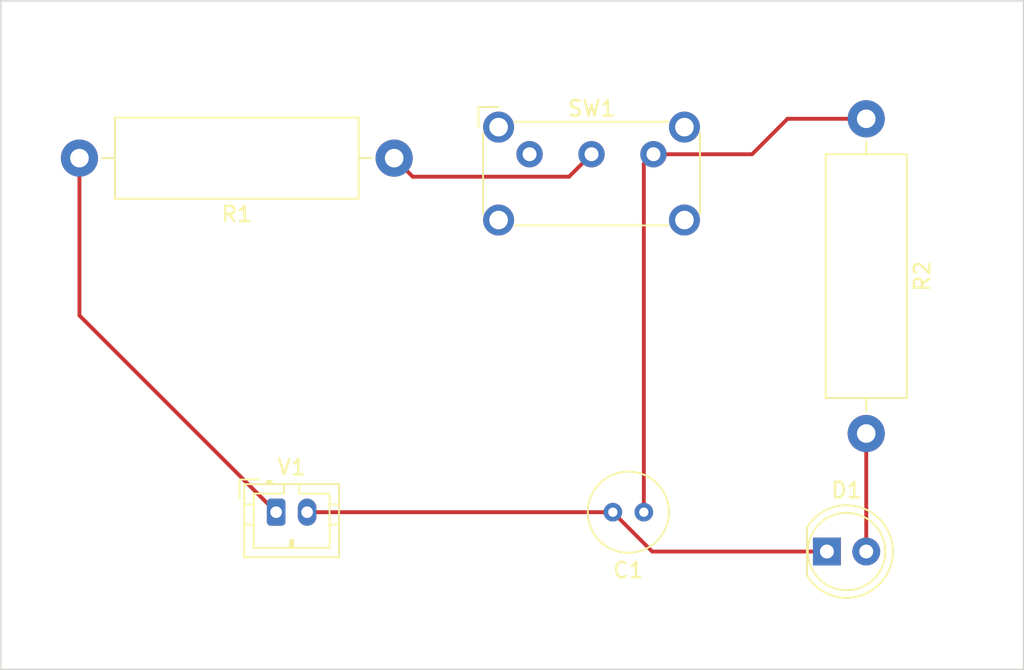
<source format=kicad_pcb>
(kicad_pcb (version 20211014) (generator pcbnew)
  (layers (0 "F.Cu" signal) (31 "B.Cu" signal) (34 "B.Paste" user) (35 "F.Paste" user) (36 "B.SilkS" user "B.Silkscreen") (37 "F.SilkS" user "F.Silkscreen") (38 "B.Mask" user) (39 "F.Mask" user) (44 "Edge.Cuts" user))
  (net 0 "")
  (net 1 "Net-(C1-Pad1)")
  (net 2 "Net-(C1-Pad2)")
  (net 3 "Net-(D1-Pad2)")
  (net 4 "Net-(R1-Pad1)")
  (net 5 "Net-(R1-Pad2)")
  (footprint "Connector_JST:JST_PH_B2B-PH-K_1x02_P2.00mm_Vertical" (layer "F.Cu") (at 129.54 104.14)
    (fp_text reference "V1" (at 1 -2.9) (layer "F.SilkS"))
    (fp_text value "Connector")
    (fp_line (start -0.6 -2.01) (end -0.6 -1.81) (layer "F.SilkS") (width 0.12))
    (fp_line (start 1 2.3) (end 1 1.8) (layer "F.SilkS") (width 0.12))
    (fp_line (start -2.06 -1.81) (end -2.06 2.91) (layer "F.SilkS") (width 0.12))
    (fp_line (start 0.9 1.8) (end 1.1 1.8) (layer "F.SilkS") (width 0.12))
    (fp_line (start 0.5 -1.2) (end -1.45 -1.2) (layer "F.SilkS") (width 0.12))
    (fp_line (start 3.45 -1.2) (end 1.5 -1.2) (layer "F.SilkS") (width 0.12))
    (fp_line (start 1.1 1.8) (end 1.1 2.3) (layer "F.SilkS") (width 0.12))
    (fp_line (start 4.06 -0.5) (end 3.45 -0.5) (layer "F.SilkS") (width 0.12))
    (fp_line (start -1.11 -2.11) (end -2.36 -2.11) (layer "F.SilkS") (width 0.12))
    (fp_line (start -2.06 -0.5) (end -1.45 -0.5) (layer "F.SilkS") (width 0.12))
    (fp_line (start -0.3 -1.91) (end -0.6 -1.91) (layer "F.SilkS") (width 0.12))
    (fp_line (start -2.06 0.8) (end -1.45 0.8) (layer "F.SilkS") (width 0.12))
    (fp_line (start -1.45 -1.2) (end -1.45 2.3) (layer "F.SilkS") (width 0.12))
    (fp_line (start 3.45 2.3) (end 3.45 -1.2) (layer "F.SilkS") (width 0.12))
    (fp_line (start -0.3 -2.01) (end -0.6 -2.01) (layer "F.SilkS") (width 0.12))
    (fp_line (start -1.45 2.3) (end 3.45 2.3) (layer "F.SilkS") (width 0.12))
    (fp_line (start 0.9 2.3) (end 0.9 1.8) (layer "F.SilkS") (width 0.12))
    (fp_line (start 4.06 2.91) (end 4.06 -1.81) (layer "F.SilkS") (width 0.12))
    (fp_line (start 4.06 0.8) (end 3.45 0.8) (layer "F.SilkS") (width 0.12))
    (fp_line (start 4.06 -1.81) (end -2.06 -1.81) (layer "F.SilkS") (width 0.12))
    (fp_line (start 1.5 -1.2) (end 1.5 -1.81) (layer "F.SilkS") (width 0.12))
    (fp_line (start -2.36 -2.11) (end -2.36 -0.86) (layer "F.SilkS") (width 0.12))
    (fp_line (start -0.3 -1.81) (end -0.3 -2.01) (layer "F.SilkS") (width 0.12))
    (fp_line (start -2.06 2.91) (end 4.06 2.91) (layer "F.SilkS") (width 0.12))
    (fp_line (start 0.5 -1.81) (end 0.5 -1.2) (layer "F.SilkS") (width 0.12))
    (pad "1" thru_hole roundrect (at 0 0) (size 1.2 1.75) (drill 0.75) (layers *.Cu *.Mask) (roundrect_rratio 0.208333) (net 5 "Net-(R1-Pad2)"))
    (pad "2" thru_hole oval (at 2 0) (size 1.2 1.75) (drill 0.75) (layers *.Cu *.Mask) (net 2 "Net-(C1-Pad2)"))
  )
  (footprint "Button_Switch_THT:SW_E-Switch_EG1224_SPDT_Angled" (layer "F.Cu") (at 145.9025 81.0275)
    (fp_text reference "SW1" (at 4 -2.95) (layer "F.SilkS"))
    (fp_text value "SW_SPDT")
    (fp_line (start -3 3.85) (end -3 -1.35) (layer "F.SilkS") (width 0.12))
    (fp_line (start -3.3 -1.75) (end -3.3 -3.05) (layer "F.SilkS") (width 0.12))
    (fp_line (start 8.95 4.6) (end -0.95 4.6) (layer "F.SilkS") (width 0.12))
    (fp_line (start -0.95 -2.1) (end 8.95 -2.1) (layer "F.SilkS") (width 0.12))
    (fp_line (start 11 -1.35) (end 11 3.85) (layer "F.SilkS") (width 0.12))
    (fp_line (start -3.3 -3.05) (end -2 -3.05) (layer "F.SilkS") (width 0.12))
    (pad "" thru_hole circle (at 10 4.25) (size 2 2) (drill 1.2) (layers *.Cu *.Mask))
    (pad "" thru_hole circle (at -2 -1.75) (size 2 2) (drill 1.2) (layers *.Cu *.Mask))
    (pad "" thru_hole circle (at -2 4.25) (size 2 2) (drill 1.2) (layers *.Cu *.Mask))
    (pad "" thru_hole circle (at 10 -1.75) (size 2 2) (drill 1.2) (layers *.Cu *.Mask))
    (pad "1" thru_hole circle (at 0 0) (size 1.7 1.7) (drill 0.9) (layers *.Cu *.Mask))
    (pad "2" thru_hole circle (at 4 0) (size 1.7 1.7) (drill 0.9) (layers *.Cu *.Mask) (net 4 "Net-(R1-Pad1)"))
    (pad "3" thru_hole circle (at 8 0) (size 1.7 1.7) (drill 0.9) (layers *.Cu *.Mask) (net 1 "Net-(C1-Pad1)"))
  )
  (footprint "Capacitor_THT:C_Radial_D5.0mm_H5.0mm_P2.00mm" (layer "F.Cu") (at 153.28 104.14 180)
    (fp_text reference "C1" (at 1 -3.75) (layer "F.SilkS"))
    (fp_text value "4.7uF")
    (fp_circle (center 1 0) (end 3.62 0) (layer "F.SilkS") (width 0.12) (fill none))
    (pad "1" thru_hole circle (at 0 0 180) (size 1.2 1.2) (drill 0.6) (layers *.Cu *.Mask) (net 1 "Net-(C1-Pad1)"))
    (pad "2" thru_hole circle (at 2 0 180) (size 1.2 1.2) (drill 0.6) (layers *.Cu *.Mask) (net 2 "Net-(C1-Pad2)"))
  )
  (footprint "Resistor_THT:R_Axial_DIN0516_L15.5mm_D5.0mm_P20.32mm_Horizontal" (layer "F.Cu") (at 167.64 78.74 -90)
    (fp_text reference "R2" (at 10.16 -3.62 90) (layer "F.SilkS"))
    (fp_text value "20k")
    (fp_line (start 18.03 2.62) (end 18.03 -2.62) (layer "F.SilkS") (width 0.12))
    (fp_line (start 18.88 0) (end 18.03 0) (layer "F.SilkS") (width 0.12))
    (fp_line (start 2.29 2.62) (end 18.03 2.62) (layer "F.SilkS") (width 0.12))
    (fp_line (start 2.29 -2.62) (end 2.29 2.62) (layer "F.SilkS") (width 0.12))
    (fp_line (start 18.03 -2.62) (end 2.29 -2.62) (layer "F.SilkS") (width 0.12))
    (fp_line (start 1.44 0) (end 2.29 0) (layer "F.SilkS") (width 0.12))
    (pad "1" thru_hole circle (at 0 0 270) (size 2.4 2.4) (drill 1.2) (layers *.Cu *.Mask) (net 1 "Net-(C1-Pad1)"))
    (pad "2" thru_hole oval (at 20.32 0 270) (size 2.4 2.4) (drill 1.2) (layers *.Cu *.Mask) (net 3 "Net-(D1-Pad2)"))
  )
  (footprint "Resistor_THT:R_Axial_DIN0516_L15.5mm_D5.0mm_P20.32mm_Horizontal" (layer "F.Cu") (at 137.16 81.28 180)
    (fp_text reference "R1" (at 10.16 -3.62) (layer "F.SilkS"))
    (fp_text value "2.2k")
    (fp_line (start 1.44 0) (end 2.29 0) (layer "F.SilkS") (width 0.12))
    (fp_line (start 18.03 2.62) (end 18.03 -2.62) (layer "F.SilkS") (width 0.12))
    (fp_line (start 18.03 -2.62) (end 2.29 -2.62) (layer "F.SilkS") (width 0.12))
    (fp_line (start 2.29 -2.62) (end 2.29 2.62) (layer "F.SilkS") (width 0.12))
    (fp_line (start 2.29 2.62) (end 18.03 2.62) (layer "F.SilkS") (width 0.12))
    (fp_line (start 18.88 0) (end 18.03 0) (layer "F.SilkS") (width 0.12))
    (pad "1" thru_hole circle (at 0 0 180) (size 2.4 2.4) (drill 1.2) (layers *.Cu *.Mask) (net 4 "Net-(R1-Pad1)"))
    (pad "2" thru_hole oval (at 20.32 0 180) (size 2.4 2.4) (drill 1.2) (layers *.Cu *.Mask) (net 5 "Net-(R1-Pad2)"))
  )
  (footprint "LED_THT:LED_D5.0mm" (layer "F.Cu") (at 165.1 106.68)
    (fp_text reference "D1" (at 1.27 -3.96) (layer "F.SilkS"))
    (fp_text value "LED")
    (fp_line (start -1.29 -1.545) (end -1.29 1.545) (layer "F.SilkS") (width 0.12))
    (fp_arc (start 4.26 -0.000462) (mid 2.072002 2.880433) (end -1.29 1.54483) (layer "F.SilkS") (width 0.12))
    (fp_arc (start -1.29 -1.54483) (mid 2.072002 -2.880433) (end 4.26 0.000462) (layer "F.SilkS") (width 0.12))
    (fp_circle (center 1.27 0) (end 3.77 0) (layer "F.SilkS") (width 0.12) (fill none))
    (pad "1" thru_hole rect (at 0 0) (size 1.8 1.8) (drill 0.9) (layers *.Cu *.Mask) (net 2 "Net-(C1-Pad2)"))
    (pad "2" thru_hole circle (at 2.54 0) (size 1.8 1.8) (drill 0.9) (layers *.Cu *.Mask) (net 3 "Net-(D1-Pad2)"))
  )
  (gr_rect (start 111.76 71.12) (end 177.8 114.3) (layer "Edge.Cuts") (width 0.1) (fill none))
  (segment (start 153.9025 81.0275) (end 160.2725 81.0275) (width 0.25) (layer "F.Cu") (net 1))
  (segment (start 153.28 81.65) (end 153.9025 81.0275) (width 0.25) (layer "F.Cu") (net 1))
  (segment (start 162.56 78.74) (end 167.64 78.74) (width 0.25) (layer "F.Cu") (net 1))
  (segment (start 153.28 104.14) (end 153.28 81.65) (width 0.25) (layer "F.Cu") (net 1))
  (segment (start 160.2725 81.0275) (end 162.56 78.74) (width 0.25) (layer "F.Cu") (net 1))
  (segment (start 151.28 104.14) (end 153.82 106.68) (width 0.25) (layer "F.Cu") (net 2))
  (segment (start 153.82 106.68) (end 165.1 106.68) (width 0.25) (layer "F.Cu") (net 2))
  (segment (start 131.54 104.14) (end 151.28 104.14) (width 0.25) (layer "F.Cu") (net 2))
  (segment (start 167.64 99.06) (end 167.64 106.68) (width 0.25) (layer "F.Cu") (net 3))
  (segment (start 137.16 81.28) (end 138.36 82.48) (width 0.25) (layer "F.Cu") (net 4))
  (segment (start 148.45 82.48) (end 149.9025 81.0275) (width 0.25) (layer "F.Cu") (net 4))
  (segment (start 138.36 82.48) (end 148.45 82.48) (width 0.25) (layer "F.Cu") (net 4))
  (segment (start 116.84 91.44) (end 129.54 104.14) (width 0.25) (layer "F.Cu") (net 5))
  (segment (start 116.84 81.28) (end 116.84 91.44) (width 0.25) (layer "F.Cu") (net 5))
)
</source>
